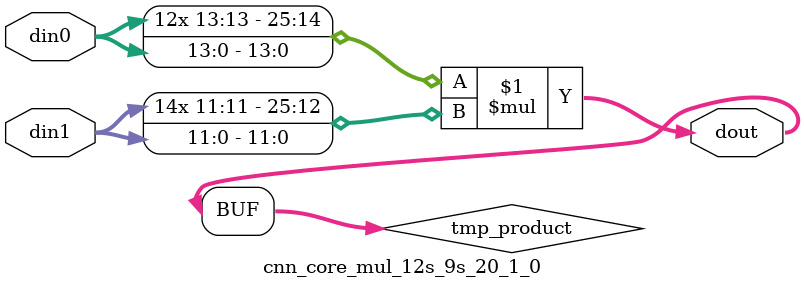
<source format=v>

`timescale 1 ns / 1 ps

  module cnn_core_mul_12s_9s_20_1_0(din0, din1, dout);
parameter ID = 1;
parameter NUM_STAGE = 0;
parameter din0_WIDTH = 14;
parameter din1_WIDTH = 12;
parameter dout_WIDTH = 26;

input [din0_WIDTH - 1 : 0] din0; 
input [din1_WIDTH - 1 : 0] din1; 
output [dout_WIDTH - 1 : 0] dout;

wire signed [dout_WIDTH - 1 : 0] tmp_product;













assign tmp_product = $signed(din0) * $signed(din1);








assign dout = tmp_product;







endmodule

</source>
